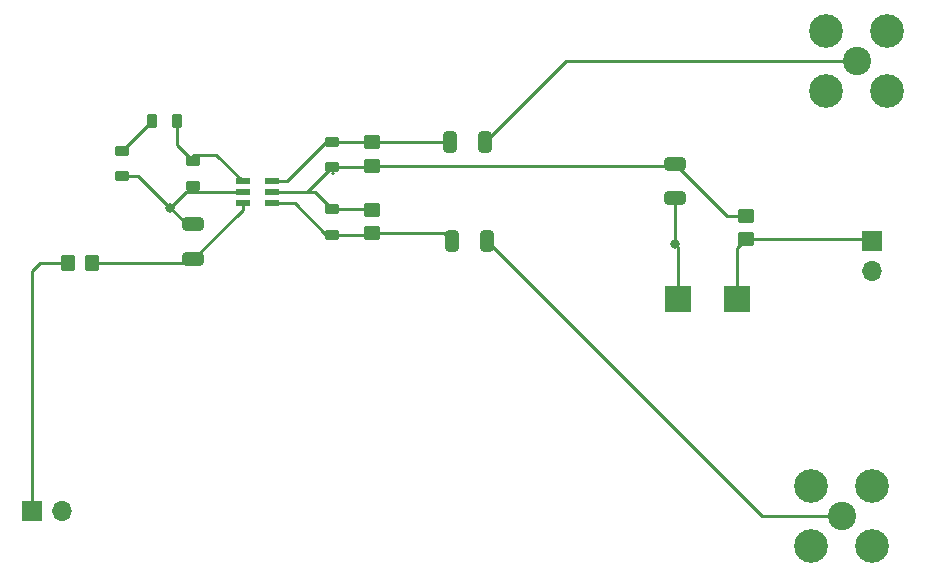
<source format=gbr>
%TF.GenerationSoftware,KiCad,Pcbnew,7.0.8-7.0.8~ubuntu22.04.1*%
%TF.CreationDate,2023-10-09T20:55:15-05:00*%
%TF.ProjectId,VCO_Test_Board,56434f5f-5465-4737-945f-426f6172642e,rev?*%
%TF.SameCoordinates,Original*%
%TF.FileFunction,Copper,L1,Top*%
%TF.FilePolarity,Positive*%
%FSLAX46Y46*%
G04 Gerber Fmt 4.6, Leading zero omitted, Abs format (unit mm)*
G04 Created by KiCad (PCBNEW 7.0.8-7.0.8~ubuntu22.04.1) date 2023-10-09 20:55:15*
%MOMM*%
%LPD*%
G01*
G04 APERTURE LIST*
G04 Aperture macros list*
%AMRoundRect*
0 Rectangle with rounded corners*
0 $1 Rounding radius*
0 $2 $3 $4 $5 $6 $7 $8 $9 X,Y pos of 4 corners*
0 Add a 4 corners polygon primitive as box body*
4,1,4,$2,$3,$4,$5,$6,$7,$8,$9,$2,$3,0*
0 Add four circle primitives for the rounded corners*
1,1,$1+$1,$2,$3*
1,1,$1+$1,$4,$5*
1,1,$1+$1,$6,$7*
1,1,$1+$1,$8,$9*
0 Add four rect primitives between the rounded corners*
20,1,$1+$1,$2,$3,$4,$5,0*
20,1,$1+$1,$4,$5,$6,$7,0*
20,1,$1+$1,$6,$7,$8,$9,0*
20,1,$1+$1,$8,$9,$2,$3,0*%
G04 Aperture macros list end*
%TA.AperFunction,SMDPad,CuDef*%
%ADD10R,1.200000X0.600000*%
%TD*%
%TA.AperFunction,ComponentPad*%
%ADD11C,2.400000*%
%TD*%
%TA.AperFunction,ComponentPad*%
%ADD12C,2.850000*%
%TD*%
%TA.AperFunction,SMDPad,CuDef*%
%ADD13R,2.200000X2.300000*%
%TD*%
%TA.AperFunction,SMDPad,CuDef*%
%ADD14RoundRect,0.218750X-0.381250X0.218750X-0.381250X-0.218750X0.381250X-0.218750X0.381250X0.218750X0*%
%TD*%
%TA.AperFunction,SMDPad,CuDef*%
%ADD15RoundRect,0.250000X-0.650000X0.325000X-0.650000X-0.325000X0.650000X-0.325000X0.650000X0.325000X0*%
%TD*%
%TA.AperFunction,SMDPad,CuDef*%
%ADD16RoundRect,0.218750X0.218750X0.381250X-0.218750X0.381250X-0.218750X-0.381250X0.218750X-0.381250X0*%
%TD*%
%TA.AperFunction,SMDPad,CuDef*%
%ADD17RoundRect,0.250000X0.650000X-0.325000X0.650000X0.325000X-0.650000X0.325000X-0.650000X-0.325000X0*%
%TD*%
%TA.AperFunction,SMDPad,CuDef*%
%ADD18RoundRect,0.250000X0.325000X0.650000X-0.325000X0.650000X-0.325000X-0.650000X0.325000X-0.650000X0*%
%TD*%
%TA.AperFunction,SMDPad,CuDef*%
%ADD19RoundRect,0.250000X0.450000X-0.350000X0.450000X0.350000X-0.450000X0.350000X-0.450000X-0.350000X0*%
%TD*%
%TA.AperFunction,ComponentPad*%
%ADD20R,1.700000X1.700000*%
%TD*%
%TA.AperFunction,ComponentPad*%
%ADD21O,1.700000X1.700000*%
%TD*%
%TA.AperFunction,SMDPad,CuDef*%
%ADD22RoundRect,0.218750X0.381250X-0.218750X0.381250X0.218750X-0.381250X0.218750X-0.381250X-0.218750X0*%
%TD*%
%TA.AperFunction,SMDPad,CuDef*%
%ADD23RoundRect,0.250000X-0.450000X0.350000X-0.450000X-0.350000X0.450000X-0.350000X0.450000X0.350000X0*%
%TD*%
%TA.AperFunction,SMDPad,CuDef*%
%ADD24RoundRect,0.250000X0.350000X0.450000X-0.350000X0.450000X-0.350000X-0.450000X0.350000X-0.450000X0*%
%TD*%
%TA.AperFunction,ViaPad*%
%ADD25C,0.800000*%
%TD*%
%TA.AperFunction,Conductor*%
%ADD26C,0.250000*%
%TD*%
G04 APERTURE END LIST*
D10*
%TO.P,Y1,1,IND*%
%TO.N,Net-(Y1-IND)*%
X58460000Y-50954077D03*
%TO.P,Y1,2,GND*%
%TO.N,GND*%
X58460000Y-51904077D03*
%TO.P,Y1,3,TUNE*%
%TO.N,Net-(Y1-TUNE)*%
X58460000Y-52854077D03*
%TO.P,Y1,4,OUT-*%
%TO.N,Net-(Y1-OUT-)*%
X60960000Y-52854077D03*
%TO.P,Y1,5,VCC*%
%TO.N,Net-(Y1-VCC)*%
X60960000Y-51904077D03*
%TO.P,Y1,6,OUT+*%
%TO.N,Net-(Y1-OUT+)*%
X60960000Y-50954077D03*
%TD*%
D11*
%TO.P,J2,1,1*%
%TO.N,Net-(C3-Pad1)*%
X109175699Y-79320150D03*
D12*
%TO.P,J2,2,2*%
%TO.N,GND*%
X106600699Y-76745150D03*
%TO.P,J2,3,3*%
X106600699Y-81895150D03*
%TO.P,J2,4,4*%
X111750699Y-81895150D03*
%TO.P,J2,5,5*%
X111750699Y-76745150D03*
%TD*%
D11*
%TO.P,J1,1,1*%
%TO.N,Net-(C2-Pad1)*%
X110455000Y-40794077D03*
D12*
%TO.P,J1,2,2*%
%TO.N,GND*%
X107880000Y-38219077D03*
%TO.P,J1,3,3*%
X107880000Y-43369077D03*
%TO.P,J1,4,4*%
X113030000Y-43369077D03*
%TO.P,J1,5,5*%
X113030000Y-38219077D03*
%TD*%
D13*
%TO.P,C5,1,+*%
%TO.N,Net-(C5-+)*%
X100330000Y-60960000D03*
%TO.P,C5,2,-*%
%TO.N,GND*%
X95330000Y-60960000D03*
%TD*%
D14*
%TO.P,L2,1,1*%
%TO.N,Net-(L1-Pad2)*%
X48260000Y-48414077D03*
%TO.P,L2,2,2*%
%TO.N,GND*%
X48260000Y-50539077D03*
%TD*%
D15*
%TO.P,C4,1*%
%TO.N,Net-(Y1-VCC)*%
X95045000Y-49479077D03*
%TO.P,C4,2*%
%TO.N,GND*%
X95045000Y-52429077D03*
%TD*%
D16*
%TO.P,L1,1,1*%
%TO.N,Net-(Y1-IND)*%
X52925000Y-45874077D03*
%TO.P,L1,2,2*%
%TO.N,Net-(L1-Pad2)*%
X50800000Y-45874077D03*
%TD*%
D17*
%TO.P,C1,1*%
%TO.N,Net-(Y1-TUNE)*%
X54299589Y-57580585D03*
%TO.P,C1,2*%
%TO.N,GND*%
X54299589Y-54630585D03*
%TD*%
D18*
%TO.P,C3,1*%
%TO.N,Net-(C3-Pad1)*%
X79150000Y-56034077D03*
%TO.P,C3,2*%
%TO.N,Net-(Y1-OUT-)*%
X76200000Y-56034077D03*
%TD*%
D19*
%TO.P,R4,1*%
%TO.N,Net-(C5-+)*%
X101102321Y-55894760D03*
%TO.P,R4,2*%
%TO.N,Net-(Y1-VCC)*%
X101102321Y-53894760D03*
%TD*%
D14*
%TO.P,L3,1,1*%
%TO.N,Net-(Y1-IND)*%
X54305000Y-49251577D03*
%TO.P,L3,2,2*%
%TO.N,GND*%
X54305000Y-51376577D03*
%TD*%
D20*
%TO.P,J3,1,Pin_1*%
%TO.N,Net-(J3-Pin_1)*%
X40640000Y-78894077D03*
D21*
%TO.P,J3,2,Pin_2*%
%TO.N,GND*%
X43180000Y-78894077D03*
%TD*%
D22*
%TO.P,L4,1,1*%
%TO.N,Net-(Y1-VCC)*%
X66040000Y-49801577D03*
%TO.P,L4,2,2*%
%TO.N,Net-(Y1-OUT+)*%
X66040000Y-47676577D03*
%TD*%
D18*
%TO.P,C2,1*%
%TO.N,Net-(C2-Pad1)*%
X78966105Y-47632526D03*
%TO.P,C2,2*%
%TO.N,Net-(Y1-OUT+)*%
X76016105Y-47632526D03*
%TD*%
D19*
%TO.P,R3,1*%
%TO.N,Net-(Y1-VCC)*%
X69457183Y-49691213D03*
%TO.P,R3,2*%
%TO.N,Net-(Y1-OUT+)*%
X69457183Y-47691213D03*
%TD*%
D14*
%TO.P,L5,1,1*%
%TO.N,Net-(Y1-VCC)*%
X66040000Y-53366577D03*
%TO.P,L5,2,2*%
%TO.N,Net-(Y1-OUT-)*%
X66040000Y-55491577D03*
%TD*%
D23*
%TO.P,R2,1*%
%TO.N,Net-(Y1-VCC)*%
X69457183Y-53371733D03*
%TO.P,R2,2*%
%TO.N,Net-(Y1-OUT-)*%
X69457183Y-55371733D03*
%TD*%
D24*
%TO.P,R1,1*%
%TO.N,Net-(Y1-TUNE)*%
X45720000Y-57934077D03*
%TO.P,R1,2*%
%TO.N,Net-(J3-Pin_1)*%
X43720000Y-57934077D03*
%TD*%
D20*
%TO.P,J4,1,Pin_1*%
%TO.N,Net-(C5-+)*%
X111760000Y-56034077D03*
D21*
%TO.P,J4,2,Pin_2*%
%TO.N,GND*%
X111760000Y-58574077D03*
%TD*%
D25*
%TO.N,GND*%
X95079572Y-56317657D03*
X52328723Y-53221381D03*
%TD*%
D26*
%TO.N,Net-(C5-+)*%
X100330000Y-60960000D02*
X100330000Y-56667081D01*
X100330000Y-56667081D02*
X101102321Y-55894760D01*
%TO.N,GND*%
X95330000Y-60960000D02*
X95330000Y-56568085D01*
X95330000Y-56568085D02*
X95079572Y-56317657D01*
%TO.N,Net-(Y1-VCC)*%
X69457183Y-49691213D02*
X94832864Y-49691213D01*
X94832864Y-49691213D02*
X95045000Y-49479077D01*
X66040000Y-53366577D02*
X69452027Y-53366577D01*
X60960000Y-51904077D02*
X63937500Y-51904077D01*
X64577500Y-51904077D02*
X66040000Y-53366577D01*
X69346819Y-49801577D02*
X69457183Y-49691213D01*
X99460683Y-53894760D02*
X95045000Y-49479077D01*
X63937500Y-51904077D02*
X66040000Y-49801577D01*
X66075000Y-50279077D02*
X66040000Y-50314077D01*
X69452027Y-53366577D02*
X69457183Y-53371733D01*
X60960000Y-51904077D02*
X64577500Y-51904077D01*
X66040000Y-49801577D02*
X69346819Y-49801577D01*
X101102321Y-53894760D02*
X99460683Y-53894760D01*
%TO.N,GND*%
X49646419Y-50539077D02*
X52328723Y-53221381D01*
X53661027Y-51889077D02*
X54305000Y-51889077D01*
X95045000Y-56352229D02*
X95079572Y-56317657D01*
X52328723Y-53221381D02*
X53737927Y-54630585D01*
X53737927Y-54630585D02*
X54299589Y-54630585D01*
X52328723Y-53221381D02*
X53661027Y-51889077D01*
X95045000Y-56283085D02*
X95079572Y-56317657D01*
X56815000Y-51889077D02*
X54305000Y-51889077D01*
X48260000Y-50539077D02*
X49646419Y-50539077D01*
X95045000Y-52429077D02*
X95045000Y-56283085D01*
X56830000Y-51904077D02*
X56815000Y-51889077D01*
X95079572Y-56317657D02*
X94953152Y-56444077D01*
X58460000Y-51904077D02*
X56830000Y-51904077D01*
%TO.N,Net-(C2-Pad1)*%
X78966105Y-47632526D02*
X85804554Y-40794077D01*
X85804554Y-40794077D02*
X109220000Y-40794077D01*
%TO.N,Net-(C3-Pad1)*%
X79150000Y-56034077D02*
X102436073Y-79320150D01*
X102436073Y-79320150D02*
X109175699Y-79320150D01*
%TO.N,Net-(Y1-TUNE)*%
X53946097Y-57934077D02*
X54299589Y-57580585D01*
X45720000Y-57934077D02*
X53946097Y-57934077D01*
X54299589Y-57580585D02*
X58460000Y-53420174D01*
X58460000Y-53420174D02*
X58460000Y-52854077D01*
%TO.N,Net-(Y1-OUT+)*%
X62250000Y-50954077D02*
X65527500Y-47676577D01*
X69457183Y-47691213D02*
X75957418Y-47691213D01*
X65527500Y-47676577D02*
X66040000Y-47676577D01*
X75957418Y-47691213D02*
X76016105Y-47632526D01*
X69442547Y-47676577D02*
X69457183Y-47691213D01*
X66040000Y-47676577D02*
X69442547Y-47676577D01*
X60960000Y-50954077D02*
X62250000Y-50954077D01*
%TO.N,Net-(Y1-OUT-)*%
X62890000Y-52854077D02*
X65527500Y-55491577D01*
X66040000Y-55491577D02*
X69337339Y-55491577D01*
X69337339Y-55491577D02*
X69457183Y-55371733D01*
X69457183Y-55371733D02*
X75537656Y-55371733D01*
X75537656Y-55371733D02*
X76200000Y-56034077D01*
X65527500Y-55491577D02*
X66040000Y-55491577D01*
X60960000Y-52854077D02*
X62890000Y-52854077D01*
%TO.N,Net-(Y1-IND)*%
X52925000Y-45874077D02*
X52925000Y-47871577D01*
X52925000Y-47871577D02*
X54305000Y-49251577D01*
X56245000Y-48739077D02*
X58460000Y-50954077D01*
X54305000Y-48739077D02*
X56245000Y-48739077D01*
%TO.N,Net-(C5-+)*%
X101102321Y-55894760D02*
X111620683Y-55894760D01*
X111620683Y-55894760D02*
X111760000Y-56034077D01*
%TO.N,Net-(J3-Pin_1)*%
X40640000Y-58574077D02*
X40640000Y-78929077D01*
X43720000Y-57934077D02*
X41280000Y-57934077D01*
X41280000Y-57934077D02*
X40640000Y-58574077D01*
%TO.N,Net-(L1-Pad2)*%
X50800000Y-45874077D02*
X48260000Y-48414077D01*
%TD*%
M02*

</source>
